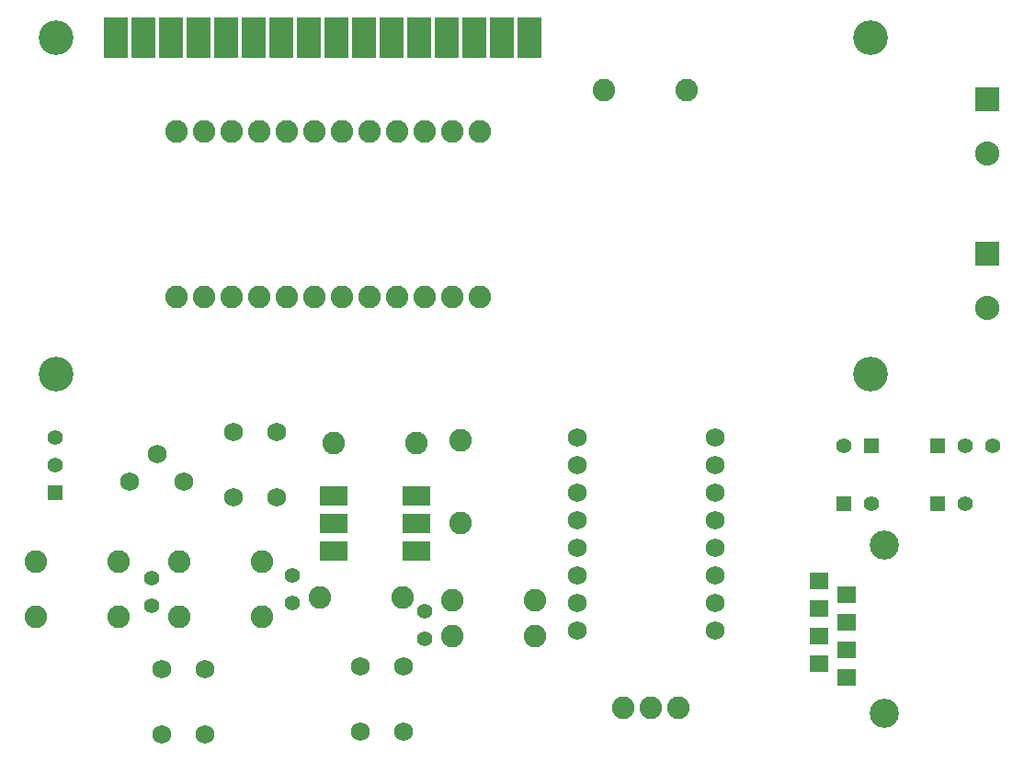
<source format=gbs>
G04 Layer: BottomSolderMaskLayer*
G04 EasyEDA v6.1.49, Fri, 31 May 2019 17:24:00 GMT*
G04 71df6b768b89431483a7d7af08236151,dc0d9e76242740cdbd9464dc56747404,10*
G04 Gerber Generator version 0.2*
G04 Scale: 100 percent, Rotated: No, Reflected: No *
G04 Dimensions in millimeters *
G04 leading zeros omitted , absolute positions ,3 integer and 3 decimal *
%FSLAX33Y33*%
%MOMM*%
G90*
G71D02*

%ADD30R,1.402080X1.402080*%
%ADD31C,1.402080*%
%ADD32C,1.727200*%
%ADD33R,2.235200X2.235200*%
%ADD34C,2.235200*%
%ADD35C,2.082800*%
%ADD36R,2.202180X3.703320*%
%ADD37C,3.202940*%
%ADD39C,2.692400*%

%LPD*%
G36*
G01X3108Y25968D02*
G01X3108Y27371D01*
G01X4511Y27371D01*
G01X4511Y25968D01*
G01X3108Y25968D01*
G37*
G54D31*
G01X3810Y29210D03*
G01X3810Y31750D03*
G36*
G01X78292Y30286D02*
G01X78292Y31689D01*
G01X79695Y31689D01*
G01X79695Y30286D01*
G01X78292Y30286D01*
G37*
G01X76454Y30988D03*
G54D30*
G01X85090Y25654D03*
G54D31*
G01X87630Y25654D03*
G54D32*
G01X17653Y4414D03*
G01X17653Y10414D03*
G01X13652Y4414D03*
G01X13652Y10414D03*
G01X35941Y4668D03*
G01X35941Y10668D03*
G01X31940Y4668D03*
G01X31940Y10668D03*
G01X24257Y26258D03*
G01X24257Y32258D03*
G01X20256Y26258D03*
G01X20256Y32258D03*
G54D33*
G01X89662Y48717D03*
G54D34*
G01X89662Y43738D03*
G54D35*
G01X56134Y6858D03*
G01X58674Y6858D03*
G01X61214Y6858D03*
G54D33*
G01X89662Y62941D03*
G54D34*
G01X89662Y57962D03*
G54D36*
G01X29723Y68585D03*
G01X32263Y68585D03*
G01X37343Y68585D03*
G01X34803Y68585D03*
G01X44963Y68585D03*
G01X47503Y68585D03*
G01X42423Y68585D03*
G01X39883Y68585D03*
G01X19563Y68585D03*
G01X22103Y68585D03*
G01X27183Y68585D03*
G01X24643Y68585D03*
G01X14483Y68585D03*
G01X17023Y68585D03*
G01X11943Y68585D03*
G54D37*
G01X3901Y68585D03*
G01X3901Y37586D03*
G01X78902Y37586D03*
G01X78902Y68585D03*
G54D36*
G01X9403Y68585D03*
G54D35*
G01X42926Y59944D03*
G01X40386Y59944D03*
G01X37846Y59944D03*
G01X35306Y59944D03*
G01X32766Y59944D03*
G01X30226Y59944D03*
G01X27686Y59944D03*
G01X25146Y59944D03*
G01X22606Y59944D03*
G01X20066Y59944D03*
G01X17526Y59944D03*
G01X14986Y59944D03*
G01X14986Y44704D03*
G01X17526Y44704D03*
G01X20066Y44704D03*
G01X22606Y44704D03*
G01X25146Y44704D03*
G01X27686Y44704D03*
G01X30226Y44704D03*
G01X32766Y44704D03*
G01X35306Y44704D03*
G01X37846Y44704D03*
G01X40386Y44704D03*
G01X42926Y44704D03*
G54D32*
G01X64643Y26670D03*
G01X64643Y29210D03*
G01X64643Y31750D03*
G01X64643Y24130D03*
G01X64643Y21590D03*
G01X64643Y19050D03*
G01X64643Y16510D03*
G01X64643Y13970D03*
G01X51943Y13970D03*
G01X51943Y16510D03*
G01X51943Y19050D03*
G01X51943Y21590D03*
G01X51943Y24130D03*
G01X51943Y26670D03*
G01X51943Y29210D03*
G01X51943Y31750D03*
G36*
G01X75857Y8902D02*
G01X75857Y10401D01*
G01X77558Y10401D01*
G01X77558Y8902D01*
G01X75857Y8902D01*
G37*
G36*
G01X73317Y10172D02*
G01X73317Y11671D01*
G01X75018Y11671D01*
G01X75018Y10172D01*
G01X73317Y10172D01*
G37*
G36*
G01X75857Y11442D02*
G01X75857Y12941D01*
G01X77558Y12941D01*
G01X77558Y11442D01*
G01X75857Y11442D01*
G37*
G36*
G01X73317Y12712D02*
G01X73317Y14211D01*
G01X75018Y14211D01*
G01X75018Y12712D01*
G01X73317Y12712D01*
G37*
G36*
G01X75857Y13982D02*
G01X75857Y15481D01*
G01X77558Y15481D01*
G01X77558Y13982D01*
G01X75857Y13982D01*
G37*
G36*
G01X73317Y15252D02*
G01X73317Y16751D01*
G01X75018Y16751D01*
G01X75018Y15252D01*
G01X73317Y15252D01*
G37*
G36*
G01X75857Y16522D02*
G01X75857Y18021D01*
G01X77558Y18021D01*
G01X77558Y16522D01*
G01X75857Y16522D01*
G37*
G36*
G01X73317Y17792D02*
G01X73317Y19291D01*
G01X75018Y19291D01*
G01X75018Y17792D01*
G01X73317Y17792D01*
G37*
G54D39*
G01X80213Y6350D03*
G01X80213Y21844D03*
G54D31*
G01X37846Y15748D03*
G01X37846Y13208D03*
G01X12700Y18796D03*
G01X12700Y16256D03*
G54D35*
G01X61976Y63754D03*
G01X54356Y63754D03*
G01X40386Y13462D03*
G01X48006Y13462D03*
G54D30*
G01X85090Y30988D03*
G54D31*
G01X87630Y30988D03*
G01X90170Y30988D03*
G01X25654Y19050D03*
G01X25654Y16510D03*
G54D35*
G01X40386Y16764D03*
G01X48006Y16764D03*
G54D30*
G01X76454Y25654D03*
G54D31*
G01X78994Y25654D03*
G36*
G01X28219Y25527D02*
G01X28219Y27305D01*
G01X30708Y27305D01*
G01X30708Y25527D01*
G01X28219Y25527D01*
G37*
G36*
G01X28219Y22987D02*
G01X28219Y24765D01*
G01X30708Y24765D01*
G01X30708Y22987D01*
G01X28219Y22987D01*
G37*
G36*
G01X28219Y20447D02*
G01X28219Y22225D01*
G01X30708Y22225D01*
G01X30708Y20447D01*
G01X28219Y20447D01*
G37*
G36*
G01X35839Y20447D02*
G01X35839Y22225D01*
G01X38328Y22225D01*
G01X38328Y20447D01*
G01X35839Y20447D01*
G37*
G36*
G01X35839Y22987D02*
G01X35839Y24765D01*
G01X38328Y24765D01*
G01X38328Y22987D01*
G01X35839Y22987D01*
G37*
G36*
G01X35839Y25527D02*
G01X35839Y27305D01*
G01X38328Y27305D01*
G01X38328Y25527D01*
G01X35839Y25527D01*
G37*
G54D32*
G01X13208Y30226D03*
G01X15709Y27726D03*
G01X10708Y27726D03*
G54D35*
G01X9652Y20320D03*
G01X2032Y20320D03*
G01X2032Y15240D03*
G01X9652Y15240D03*
G01X37084Y31242D03*
G01X29464Y31242D03*
G01X41148Y23876D03*
G01X41148Y31496D03*
G01X28194Y17018D03*
G01X35814Y17018D03*
G01X22860Y20320D03*
G01X15240Y20320D03*
G01X22860Y15240D03*
G01X15240Y15240D03*
M00*
M02*

</source>
